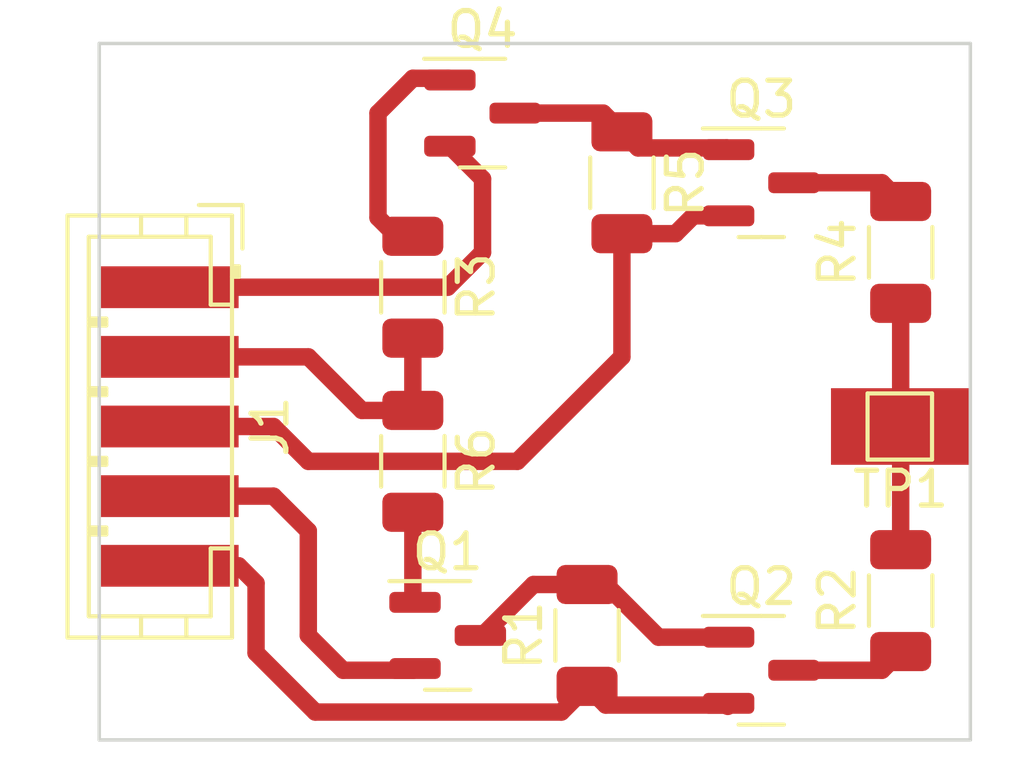
<source format=kicad_pcb>
(kicad_pcb (version 20211014) (generator pcbnew)
  (layers (0 "F.Cu" signal) (31 "B.Cu" signal) (34 "B.Paste" user) (35 "F.Paste" user) (36 "B.SilkS" user "B.Silkscreen") (37 "F.SilkS" user "F.Silkscreen") (38 "B.Mask" user) (39 "F.Mask" user) (44 "Edge.Cuts" user))
  (net 0 "")
  (net 1 "Net-(R6-Pad2)")
  (net 2 "Net-(Q1-Pad3)")
  (net 3 "Net-(R2-Pad1)")
  (net 4 "Net-(R4-Pad2)")
  (net 5 "Net-(R2-Pad2)")
  (net 6 "Net-(Q4-Pad1)")
  (net 7 "Net-(Q3-Pad1)")
  (net 8 "3")
  (net 9 "T")
  (net 10 "-5")
  (net 11 "0")
  (net 12 "12")
  (footprint "Package_TO_SOT_SMD:SOT-23" (layer "F.Cu") (at 127 71)
    (fp_text reference "Q4" (at 0 -2.4) (layer "F.SilkS"))
    (fp_text value "IRLML5203")
    (fp_line (start 0 1.56) (end 0.65 1.56) (layer "F.SilkS") (width 0.12))
    (fp_line (start 0 1.56) (end -0.65 1.56) (layer "F.SilkS") (width 0.12))
    (fp_line (start 0 -1.56) (end -1.675 -1.56) (layer "F.SilkS") (width 0.12))
    (fp_line (start 0 -1.56) (end 0.65 -1.56) (layer "F.SilkS") (width 0.12))
    (pad "1" smd roundrect (at -0.9375 -0.95) (size 1.475 0.6) (layers "F.Cu" "F.Paste" "F.Mask") (net 6 "Net-(Q4-Pad1)"))
    (pad "2" smd roundrect (at -0.9375 0.95) (size 1.475 0.6) (layers "F.Cu" "F.Paste" "F.Mask") (net 8 "3"))
    (pad "3" smd roundrect (at 0.9375 0) (size 1.475 0.6) (layers "F.Cu" "F.Paste" "F.Mask") (net 7 "Net-(Q3-Pad1)"))
  )
  (footprint "Package_TO_SOT_SMD:SOT-23" (layer "F.Cu") (at 135 73)
    (fp_text reference "Q3" (at 0 -2.4) (layer "F.SilkS"))
    (fp_text value "MMBF170")
    (fp_line (start 0 -1.56) (end -1.675 -1.56) (layer "F.SilkS") (width 0.12))
    (fp_line (start 0 -1.56) (end 0.65 -1.56) (layer "F.SilkS") (width 0.12))
    (fp_line (start 0 1.56) (end 0.65 1.56) (layer "F.SilkS") (width 0.12))
    (fp_line (start 0 1.56) (end -0.65 1.56) (layer "F.SilkS") (width 0.12))
    (pad "1" smd roundrect (at -0.9375 -0.95) (size 1.475 0.6) (layers "F.Cu" "F.Paste" "F.Mask") (net 7 "Net-(Q3-Pad1)"))
    (pad "2" smd roundrect (at -0.9375 0.95) (size 1.475 0.6) (layers "F.Cu" "F.Paste" "F.Mask") (net 10 "-5"))
    (pad "3" smd roundrect (at 0.9375 0) (size 1.475 0.6) (layers "F.Cu" "F.Paste" "F.Mask") (net 4 "Net-(R4-Pad2)"))
  )
  (footprint "Resistor_SMD:R_1206_3216Metric" (layer "F.Cu") (at 131 73 -90)
    (fp_text reference "R5" (at 0 -1.82 90) (layer "F.SilkS"))
    (fp_text value "R")
    (fp_line (start -0.727064 0.91) (end 0.727064 0.91) (layer "F.SilkS") (width 0.12))
    (fp_line (start -0.727064 -0.91) (end 0.727064 -0.91) (layer "F.SilkS") (width 0.12))
    (pad "1" smd roundrect (at -1.4625 0 270) (size 1.125 1.75) (layers "F.Cu" "F.Paste" "F.Mask") (roundrect_rratio 0.2222222222) (net 7 "Net-(Q3-Pad1)"))
    (pad "2" smd roundrect (at 1.4625 0 270) (size 1.125 1.75) (layers "F.Cu" "F.Paste" "F.Mask") (roundrect_rratio 0.2222222222) (net 10 "-5"))
  )
  (footprint "Package_TO_SOT_SMD:SOT-23" (layer "F.Cu") (at 126 86)
    (fp_text reference "Q1" (at 0 -2.4) (layer "F.SilkS"))
    (fp_text value "MMBF170")
    (fp_line (start 0 -1.56) (end -1.675 -1.56) (layer "F.SilkS") (width 0.12))
    (fp_line (start 0 1.56) (end -0.65 1.56) (layer "F.SilkS") (width 0.12))
    (fp_line (start 0 1.56) (end 0.65 1.56) (layer "F.SilkS") (width 0.12))
    (fp_line (start 0 -1.56) (end 0.65 -1.56) (layer "F.SilkS") (width 0.12))
    (pad "1" smd roundrect (at -0.9375 -0.95) (size 1.475 0.6) (layers "F.Cu" "F.Paste" "F.Mask") (net 1 "Net-(R6-Pad2)"))
    (pad "2" smd roundrect (at -0.9375 0.95) (size 1.475 0.6) (layers "F.Cu" "F.Paste" "F.Mask") (net 11 "0"))
    (pad "3" smd roundrect (at 0.9375 0) (size 1.475 0.6) (layers "F.Cu" "F.Paste" "F.Mask") (net 2 "Net-(Q1-Pad3)"))
  )
  (footprint "Connector_JST:JST_PH_B5B-PH-K_1x05_P2.00mm_Vertical" (layer "F.Cu") (at 118 76 -90)
    (fp_text reference "J1" (at 4 -2.9 90) (layer "F.SilkS"))
    (fp_text value "Conn_01x05")
    (fp_line (start -1.45 2.3) (end 9.45 2.3) (layer "F.SilkS") (width 0.12))
    (fp_line (start 7.5 -1.2) (end 7.5 -1.81) (layer "F.SilkS") (width 0.12))
    (fp_line (start -0.3 -1.81) (end -0.3 -2.01) (layer "F.SilkS") (width 0.12))
    (fp_line (start 9.45 -1.2) (end 7.5 -1.2) (layer "F.SilkS") (width 0.12))
    (fp_line (start 9.45 2.3) (end 9.45 -1.2) (layer "F.SilkS") (width 0.12))
    (fp_line (start 1 2.3) (end 1 1.8) (layer "F.SilkS") (width 0.12))
    (fp_line (start -0.3 -1.91) (end -0.6 -1.91) (layer "F.SilkS") (width 0.12))
    (fp_line (start 0.5 -1.81) (end 0.5 -1.2) (layer "F.SilkS") (width 0.12))
    (fp_line (start 0.5 -1.2) (end -1.45 -1.2) (layer "F.SilkS") (width 0.12))
    (fp_line (start -2.06 -1.81) (end -2.06 2.91) (layer "F.SilkS") (width 0.12))
    (fp_line (start 4.9 2.3) (end 4.9 1.8) (layer "F.SilkS") (width 0.12))
    (fp_line (start 3 2.3) (end 3 1.8) (layer "F.SilkS") (width 0.12))
    (fp_line (start 2.9 2.3) (end 2.9 1.8) (layer "F.SilkS") (width 0.12))
    (fp_line (start 7.1 1.8) (end 7.1 2.3) (layer "F.SilkS") (width 0.12))
    (fp_line (start -2.36 -2.11) (end -2.36 -0.86) (layer "F.SilkS") (width 0.12))
    (fp_line (start -1.45 -1.2) (end -1.45 2.3) (layer "F.SilkS") (width 0.12))
    (fp_line (start 10.06 2.91) (end 10.06 -1.81) (layer "F.SilkS") (width 0.12))
    (fp_line (start -2.06 2.91) (end 10.06 2.91) (layer "F.SilkS") (width 0.12))
    (fp_line (start 6.9 1.8) (end 7.1 1.8) (layer "F.SilkS") (width 0.12))
    (fp_line (start 7 2.3) (end 7 1.8) (layer "F.SilkS") (width 0.12))
    (fp_line (start 10.06 -1.81) (end -2.06 -1.81) (layer "F.SilkS") (width 0.12))
    (fp_line (start 1.1 1.8) (end 1.1 2.3) (layer "F.SilkS") (width 0.12))
    (fp_line (start 2.9 1.8) (end 3.1 1.8) (layer "F.SilkS") (width 0.12))
    (fp_line (start 3.1 1.8) (end 3.1 2.3) (layer "F.SilkS") (width 0.12))
    (fp_line (start 5 2.3) (end 5 1.8) (layer "F.SilkS") (width 0.12))
    (fp_line (start 0.9 1.8) (end 1.1 1.8) (layer "F.SilkS") (width 0.12))
    (fp_line (start 0.9 2.3) (end 0.9 1.8) (layer "F.SilkS") (width 0.12))
    (fp_line (start 10.06 0.8) (end 9.45 0.8) (layer "F.SilkS") (width 0.12))
    (fp_line (start -2.06 0.8) (end -1.45 0.8) (layer "F.SilkS") (width 0.12))
    (fp_line (start 4.9 1.8) (end 5.1 1.8) (layer "F.SilkS") (width 0.12))
    (fp_line (start -0.3 -2.01) (end -0.6 -2.01) (layer "F.SilkS") (width 0.12))
    (fp_line (start 6.9 2.3) (end 6.9 1.8) (layer "F.SilkS") (width 0.12))
    (fp_line (start -1.11 -2.11) (end -2.36 -2.11) (layer "F.SilkS") (width 0.12))
    (fp_line (start 5.1 1.8) (end 5.1 2.3) (layer "F.SilkS") (width 0.12))
    (fp_line (start 10.06 -0.5) (end 9.45 -0.5) (layer "F.SilkS") (width 0.12))
    (fp_line (start -2.06 -0.5) (end -1.45 -0.5) (layer "F.SilkS") (width 0.12))
    (fp_line (start -0.6 -2.01) (end -0.6 -1.81) (layer "F.SilkS") (width 0.12))
    (pad "1" smd rect (at 0 0 270) (size 1.2 4) (layers "F.Cu" "F.Paste" "F.Mask") (net 8 "3"))
    (pad "2" smd rect (at 2 0 270) (size 1.2 4) (layers "F.Cu" "F.Paste" "F.Mask") (net 9 "T"))
    (pad "3" smd rect (at 4 0 270) (size 1.2 4) (layers "F.Cu" "F.Paste" "F.Mask") (net 10 "-5"))
    (pad "4" smd rect (at 6 0 270) (size 1.2 4) (layers "F.Cu" "F.Paste" "F.Mask") (net 11 "0"))
    (pad "5" smd rect (at 8 0 270) (size 1.2 4) (layers "F.Cu" "F.Paste" "F.Mask") (net 12 "12"))
  )
  (footprint "Resistor_SMD:R_1206_3216Metric" (layer "F.Cu") (at 125 81 -90)
    (fp_text reference "R6" (at 0 -1.82 90) (layer "F.SilkS"))
    (fp_text value "R")
    (fp_line (start -0.727064 -0.91) (end 0.727064 -0.91) (layer "F.SilkS") (width 0.12))
    (fp_line (start -0.727064 0.91) (end 0.727064 0.91) (layer "F.SilkS") (width 0.12))
    (pad "1" smd roundrect (at -1.4625 0 270) (size 1.125 1.75) (layers "F.Cu" "F.Paste" "F.Mask") (roundrect_rratio 0.2222222222) (net 9 "T"))
    (pad "2" smd roundrect (at 1.4625 0 270) (size 1.125 1.75) (layers "F.Cu" "F.Paste" "F.Mask") (roundrect_rratio 0.2222222222) (net 1 "Net-(R6-Pad2)"))
  )
  (footprint "Package_TO_SOT_SMD:SOT-23" (layer "F.Cu") (at 135 87)
    (fp_text reference "Q2" (at 0 -2.4) (layer "F.SilkS"))
    (fp_text value "IRLML5203")
    (fp_line (start 0 -1.56) (end 0.65 -1.56) (layer "F.SilkS") (width 0.12))
    (fp_line (start 0 1.56) (end -0.65 1.56) (layer "F.SilkS") (width 0.12))
    (fp_line (start 0 1.56) (end 0.65 1.56) (layer "F.SilkS") (width 0.12))
    (fp_line (start 0 -1.56) (end -1.675 -1.56) (layer "F.SilkS") (width 0.12))
    (pad "1" smd roundrect (at -0.9375 -0.95) (size 1.475 0.6) (layers "F.Cu" "F.Paste" "F.Mask") (net 2 "Net-(Q1-Pad3)"))
    (pad "2" smd roundrect (at -0.9375 0.95) (size 1.475 0.6) (layers "F.Cu" "F.Paste" "F.Mask") (net 12 "12"))
    (pad "3" smd roundrect (at 0.9375 0) (size 1.475 0.6) (layers "F.Cu" "F.Paste" "F.Mask") (net 3 "Net-(R2-Pad1)"))
  )
  (footprint "Resistor_SMD:R_1206_3216Metric" (layer "F.Cu") (at 125 76 -90)
    (fp_text reference "R3" (at 0 -1.82 90) (layer "F.SilkS"))
    (fp_text value "R")
    (fp_line (start -0.727064 -0.91) (end 0.727064 -0.91) (layer "F.SilkS") (width 0.12))
    (fp_line (start -0.727064 0.91) (end 0.727064 0.91) (layer "F.SilkS") (width 0.12))
    (pad "1" smd roundrect (at -1.4625 0 270) (size 1.125 1.75) (layers "F.Cu" "F.Paste" "F.Mask") (roundrect_rratio 0.2222222222) (net 6 "Net-(Q4-Pad1)"))
    (pad "2" smd roundrect (at 1.4625 0 270) (size 1.125 1.75) (layers "F.Cu" "F.Paste" "F.Mask") (roundrect_rratio 0.2222222222) (net 9 "T"))
  )
  (footprint "Resistor_SMD:R_1206_3216Metric" (layer "F.Cu") (at 130 86 90)
    (fp_text reference "R1" (at 0 -1.82 90) (layer "F.SilkS"))
    (fp_text value "R")
    (fp_line (start -0.727064 0.91) (end 0.727064 0.91) (layer "F.SilkS") (width 0.12))
    (fp_line (start -0.727064 -0.91) (end 0.727064 -0.91) (layer "F.SilkS") (width 0.12))
    (pad "1" smd roundrect (at -1.4625 0 90) (size 1.125 1.75) (layers "F.Cu" "F.Paste" "F.Mask") (roundrect_rratio 0.2222222222) (net 12 "12"))
    (pad "2" smd roundrect (at 1.4625 0 90) (size 1.125 1.75) (layers "F.Cu" "F.Paste" "F.Mask") (roundrect_rratio 0.2222222222) (net 2 "Net-(Q1-Pad3)"))
  )
  (footprint "Connector_Pin:Pin_D0.7mm_L6.5mm_W1.8mm_FlatFork" (layer "F.Cu") (at 139 80)
    (fp_text reference "TP1" (at 0 1.8) (layer "F.SilkS"))
    (fp_text value "TestPoint")
    (fp_line (start 0.9 0.95) (end 0.9 -0.9) (layer "F.SilkS") (width 0.12))
    (fp_line (start 0.9 -0.9) (end 0.9 -0.95) (layer "F.SilkS") (width 0.12))
    (fp_line (start 0.9 -0.95) (end -0.95 -0.95) (layer "F.SilkS") (width 0.12))
    (fp_line (start -0.95 -0.95) (end -0.95 0.95) (layer "F.SilkS") (width 0.12))
    (fp_line (start -0.95 0.95) (end 0.9 0.95) (layer "F.SilkS") (width 0.12))
    (pad "1" smd rect (at 0 0) (size 4 2.2) (layers "F.Cu" "F.Paste" "F.Mask") (net 5 "Net-(R2-Pad2)"))
  )
  (footprint "Resistor_SMD:R_1206_3216Metric" (layer "F.Cu") (at 139 85 90)
    (fp_text reference "R2" (at 0 -1.82 90) (layer "F.SilkS"))
    (fp_text value "R")
    (fp_line (start -0.727064 -0.91) (end 0.727064 -0.91) (layer "F.SilkS") (width 0.12))
    (fp_line (start -0.727064 0.91) (end 0.727064 0.91) (layer "F.SilkS") (width 0.12))
    (pad "1" smd roundrect (at -1.4625 0 90) (size 1.125 1.75) (layers "F.Cu" "F.Paste" "F.Mask") (roundrect_rratio 0.2222222222) (net 3 "Net-(R2-Pad1)"))
    (pad "2" smd roundrect (at 1.4625 0 90) (size 1.125 1.75) (layers "F.Cu" "F.Paste" "F.Mask") (roundrect_rratio 0.2222222222) (net 5 "Net-(R2-Pad2)"))
  )
  (footprint "Resistor_SMD:R_1206_3216Metric" (layer "F.Cu") (at 139 75 90)
    (fp_text reference "R4" (at 0 -1.82 90) (layer "F.SilkS"))
    (fp_text value "R")
    (fp_line (start -0.727064 -0.91) (end 0.727064 -0.91) (layer "F.SilkS") (width 0.12))
    (fp_line (start -0.727064 0.91) (end 0.727064 0.91) (layer "F.SilkS") (width 0.12))
    (pad "1" smd roundrect (at -1.4625 0 90) (size 1.125 1.75) (layers "F.Cu" "F.Paste" "F.Mask") (roundrect_rratio 0.2222222222) (net 5 "Net-(R2-Pad2)"))
    (pad "2" smd roundrect (at 1.4625 0 90) (size 1.125 1.75) (layers "F.Cu" "F.Paste" "F.Mask") (roundrect_rratio 0.2222222222) (net 4 "Net-(R4-Pad2)"))
  )
  (gr_line (start 116 89) (end 116 69) (layer "Edge.Cuts") (width 0.1))
  (gr_line (start 141 89) (end 116 89) (layer "Edge.Cuts") (width 0.1))
  (gr_line (start 116 69) (end 141 69) (layer "Edge.Cuts") (width 0.1))
  (gr_line (start 141 69) (end 141 89) (layer "Edge.Cuts") (width 0.1))
  (segment (start 125 84.9875) (end 125.0625 85.05) (width 0.5) (layer "F.Cu") (net 1))
  (segment (start 125 82.4625) (end 125 84.9875) (width 0.5) (layer "F.Cu") (net 1))
  (segment (start 128.4625 84.5375) (end 130 84.5375) (width 0.5) (layer "F.Cu") (net 2))
  (segment (start 132.05 86.05) (end 134.0625 86.05) (width 0.5) (layer "F.Cu") (net 2))
  (segment (start 126.9375 86) (end 127 86) (width 0.5) (layer "F.Cu") (net 2))
  (segment (start 127 86) (end 128.4625 84.5375) (width 0.5) (layer "F.Cu") (net 2))
  (segment (start 130.5375 84.5375) (end 132.05 86.05) (width 0.5) (layer "F.Cu") (net 2))
  (segment (start 130 84.5375) (end 130.5375 84.5375) (width 0.5) (layer "F.Cu") (net 2))
  (segment (start 138.4625 87) (end 139 86.4625) (width 0.5) (layer "F.Cu") (net 3))
  (segment (start 135.9375 87) (end 138.4625 87) (width 0.5) (layer "F.Cu") (net 3))
  (segment (start 138.4625 73) (end 139 73.5375) (width 0.5) (layer "F.Cu") (net 4))
  (segment (start 135.9375 73) (end 138.4625 73) (width 0.5) (layer "F.Cu") (net 4))
  (segment (start 139 80) (end 139 83.5375) (width 0.5) (layer "F.Cu") (net 5))
  (segment (start 139 76.4625) (end 139 80) (width 0.5) (layer "F.Cu") (net 5))
  (segment (start 125 74.5375) (end 124.5375 74.5375) (width 0.5) (layer "F.Cu") (net 6))
  (segment (start 124.5375 74.5375) (end 124 74) (width 0.5) (layer "F.Cu") (net 6))
  (segment (start 126.0125 70) (end 126.0625 70.05) (width 0.5) (layer "F.Cu") (net 6))
  (segment (start 124 74) (end 124 71) (width 0.5) (layer "F.Cu") (net 6))
  (segment (start 125 70) (end 126.0125 70) (width 0.5) (layer "F.Cu") (net 6))
  (segment (start 124 71) (end 125 70) (width 0.5) (layer "F.Cu") (net 6))
  (segment (start 130.4625 71) (end 131 71.5375) (width 0.5) (layer "F.Cu") (net 7))
  (segment (start 134.0125 72) (end 134.0625 72.05) (width 0.5) (layer "F.Cu") (net 7))
  (segment (start 131 71.5375) (end 131.4625 72) (width 0.5) (layer "F.Cu") (net 7))
  (segment (start 131.4625 72) (end 134.0125 72) (width 0.5) (layer "F.Cu") (net 7))
  (segment (start 127.9375 71) (end 130.4625 71) (width 0.5) (layer "F.Cu") (net 7))
  (segment (start 118 76) (end 126 76) (width 0.5) (layer "F.Cu") (net 8))
  (segment (start 126 76) (end 127 75) (width 0.5) (layer "F.Cu") (net 8))
  (segment (start 127 72.8875) (end 126.0625 71.95) (width 0.5) (layer "F.Cu") (net 8))
  (segment (start 127 75) (end 127 72.8875) (width 0.5) (layer "F.Cu") (net 8))
  (segment (start 123.5375 79.5375) (end 125 79.5375) (width 0.5) (layer "F.Cu") (net 9))
  (segment (start 122 78) (end 123.5375 79.5375) (width 0.5) (layer "F.Cu") (net 9))
  (segment (start 118 78) (end 122 78) (width 0.5) (layer "F.Cu") (net 9))
  (segment (start 125 79.5375) (end 125 77.4625) (width 0.5) (layer "F.Cu") (net 9))
  (segment (start 131 78) (end 131 74.4625) (width 0.5) (layer "F.Cu") (net 10))
  (segment (start 118 80) (end 121 80) (width 0.5) (layer "F.Cu") (net 10))
  (segment (start 128 81) (end 131 78) (width 0.5) (layer "F.Cu") (net 10))
  (segment (start 132.5375 74.4625) (end 133.05 73.95) (width 0.5) (layer "F.Cu") (net 10))
  (segment (start 131 74.4625) (end 132.5375 74.4625) (width 0.5) (layer "F.Cu") (net 10))
  (segment (start 121 80) (end 122 81) (width 0.5) (layer "F.Cu") (net 10))
  (segment (start 133.05 73.95) (end 134.0625 73.95) (width 0.5) (layer "F.Cu") (net 10))
  (segment (start 122 81) (end 128 81) (width 0.5) (layer "F.Cu") (net 10))
  (segment (start 125.0125 87) (end 125.0625 86.95) (width 0.5) (layer "F.Cu") (net 11))
  (segment (start 122 86) (end 123 87) (width 0.5) (layer "F.Cu") (net 11))
  (segment (start 123 87) (end 125.0125 87) (width 0.5) (layer "F.Cu") (net 11))
  (segment (start 121 82) (end 122 83) (width 0.5) (layer "F.Cu") (net 11))
  (segment (start 122 83) (end 122 86) (width 0.5) (layer "F.Cu") (net 11))
  (segment (start 118 82) (end 121 82) (width 0.5) (layer "F.Cu") (net 11))
  (segment (start 120.5 84.5) (end 120.5 86.5) (width 0.5) (layer "F.Cu") (net 12))
  (segment (start 120 84) (end 120.5 84.5) (width 0.5) (layer "F.Cu") (net 12))
  (segment (start 130.5375 88) (end 130 87.4625) (width 0.5) (layer "F.Cu") (net 12))
  (segment (start 134.0125 88) (end 130.5375 88) (width 0.5) (layer "F.Cu") (net 12))
  (segment (start 134.0625 87.95) (end 134.0125 88) (width 0.5) (layer "F.Cu") (net 12))
  (segment (start 120.5 86.5) (end 122.2 88.2) (width 0.5) (layer "F.Cu") (net 12))
  (segment (start 122.2 88.2) (end 129.2625 88.2) (width 0.5) (layer "F.Cu") (net 12))
  (segment (start 118 84) (end 120 84) (width 0.5) (layer "F.Cu") (net 12))
  (segment (start 134.0375 87.925) (end 134.0375 88.0375) (width 0.5) (layer "F.Cu") (net 12))
  (segment (start 129.2625 88.2) (end 130 87.4625) (width 0.5) (layer "F.Cu") (net 12))
)
</source>
